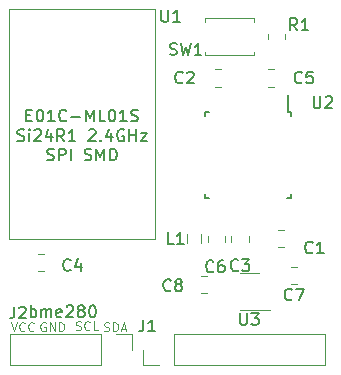
<source format=gbr>
G04 #@! TF.GenerationSoftware,KiCad,Pcbnew,(6.0.11)*
G04 #@! TF.CreationDate,2023-02-14T01:06:37+01:00*
G04 #@! TF.ProjectId,atmega328p-au--e01c-ml01s--bme280--cr2032,61746d65-6761-4333-9238-702d61752d2d,rev?*
G04 #@! TF.SameCoordinates,Original*
G04 #@! TF.FileFunction,Legend,Top*
G04 #@! TF.FilePolarity,Positive*
%FSLAX46Y46*%
G04 Gerber Fmt 4.6, Leading zero omitted, Abs format (unit mm)*
G04 Created by KiCad (PCBNEW (6.0.11)) date 2023-02-14 01:06:37*
%MOMM*%
%LPD*%
G01*
G04 APERTURE LIST*
%ADD10C,0.125000*%
%ADD11C,0.150000*%
%ADD12C,0.120000*%
G04 APERTURE END LIST*
D10*
X98551571Y-88320000D02*
X98480142Y-88284285D01*
X98373000Y-88284285D01*
X98265857Y-88320000D01*
X98194428Y-88391428D01*
X98158714Y-88462857D01*
X98123000Y-88605714D01*
X98123000Y-88712857D01*
X98158714Y-88855714D01*
X98194428Y-88927142D01*
X98265857Y-88998571D01*
X98373000Y-89034285D01*
X98444428Y-89034285D01*
X98551571Y-88998571D01*
X98587285Y-88962857D01*
X98587285Y-88712857D01*
X98444428Y-88712857D01*
X98908714Y-89034285D02*
X98908714Y-88284285D01*
X99337285Y-89034285D01*
X99337285Y-88284285D01*
X99694428Y-89034285D02*
X99694428Y-88284285D01*
X99873000Y-88284285D01*
X99980142Y-88320000D01*
X100051571Y-88391428D01*
X100087285Y-88462857D01*
X100123000Y-88605714D01*
X100123000Y-88712857D01*
X100087285Y-88855714D01*
X100051571Y-88927142D01*
X99980142Y-88998571D01*
X99873000Y-89034285D01*
X99694428Y-89034285D01*
D11*
X97284904Y-87847380D02*
X97284904Y-86847380D01*
X97284904Y-87228333D02*
X97380142Y-87180714D01*
X97570619Y-87180714D01*
X97665857Y-87228333D01*
X97713476Y-87275952D01*
X97761095Y-87371190D01*
X97761095Y-87656904D01*
X97713476Y-87752142D01*
X97665857Y-87799761D01*
X97570619Y-87847380D01*
X97380142Y-87847380D01*
X97284904Y-87799761D01*
X98189666Y-87847380D02*
X98189666Y-87180714D01*
X98189666Y-87275952D02*
X98237285Y-87228333D01*
X98332523Y-87180714D01*
X98475380Y-87180714D01*
X98570619Y-87228333D01*
X98618238Y-87323571D01*
X98618238Y-87847380D01*
X98618238Y-87323571D02*
X98665857Y-87228333D01*
X98761095Y-87180714D01*
X98903952Y-87180714D01*
X98999190Y-87228333D01*
X99046809Y-87323571D01*
X99046809Y-87847380D01*
X99903952Y-87799761D02*
X99808714Y-87847380D01*
X99618238Y-87847380D01*
X99523000Y-87799761D01*
X99475380Y-87704523D01*
X99475380Y-87323571D01*
X99523000Y-87228333D01*
X99618238Y-87180714D01*
X99808714Y-87180714D01*
X99903952Y-87228333D01*
X99951571Y-87323571D01*
X99951571Y-87418809D01*
X99475380Y-87514047D01*
X100332523Y-86942619D02*
X100380142Y-86895000D01*
X100475380Y-86847380D01*
X100713476Y-86847380D01*
X100808714Y-86895000D01*
X100856333Y-86942619D01*
X100903952Y-87037857D01*
X100903952Y-87133095D01*
X100856333Y-87275952D01*
X100284904Y-87847380D01*
X100903952Y-87847380D01*
X101475380Y-87275952D02*
X101380142Y-87228333D01*
X101332523Y-87180714D01*
X101284904Y-87085476D01*
X101284904Y-87037857D01*
X101332523Y-86942619D01*
X101380142Y-86895000D01*
X101475380Y-86847380D01*
X101665857Y-86847380D01*
X101761095Y-86895000D01*
X101808714Y-86942619D01*
X101856333Y-87037857D01*
X101856333Y-87085476D01*
X101808714Y-87180714D01*
X101761095Y-87228333D01*
X101665857Y-87275952D01*
X101475380Y-87275952D01*
X101380142Y-87323571D01*
X101332523Y-87371190D01*
X101284904Y-87466428D01*
X101284904Y-87656904D01*
X101332523Y-87752142D01*
X101380142Y-87799761D01*
X101475380Y-87847380D01*
X101665857Y-87847380D01*
X101761095Y-87799761D01*
X101808714Y-87752142D01*
X101856333Y-87656904D01*
X101856333Y-87466428D01*
X101808714Y-87371190D01*
X101761095Y-87323571D01*
X101665857Y-87275952D01*
X102475380Y-86847380D02*
X102570619Y-86847380D01*
X102665857Y-86895000D01*
X102713476Y-86942619D01*
X102761095Y-87037857D01*
X102808714Y-87228333D01*
X102808714Y-87466428D01*
X102761095Y-87656904D01*
X102713476Y-87752142D01*
X102665857Y-87799761D01*
X102570619Y-87847380D01*
X102475380Y-87847380D01*
X102380142Y-87799761D01*
X102332523Y-87752142D01*
X102284904Y-87656904D01*
X102237285Y-87466428D01*
X102237285Y-87228333D01*
X102284904Y-87037857D01*
X102332523Y-86942619D01*
X102380142Y-86895000D01*
X102475380Y-86847380D01*
D10*
X95623000Y-88284285D02*
X95873000Y-89034285D01*
X96123000Y-88284285D01*
X96801571Y-88962857D02*
X96765857Y-88998571D01*
X96658714Y-89034285D01*
X96587285Y-89034285D01*
X96480142Y-88998571D01*
X96408714Y-88927142D01*
X96373000Y-88855714D01*
X96337285Y-88712857D01*
X96337285Y-88605714D01*
X96373000Y-88462857D01*
X96408714Y-88391428D01*
X96480142Y-88320000D01*
X96587285Y-88284285D01*
X96658714Y-88284285D01*
X96765857Y-88320000D01*
X96801571Y-88355714D01*
X97551571Y-88962857D02*
X97515857Y-88998571D01*
X97408714Y-89034285D01*
X97337285Y-89034285D01*
X97230142Y-88998571D01*
X97158714Y-88927142D01*
X97123000Y-88855714D01*
X97087285Y-88712857D01*
X97087285Y-88605714D01*
X97123000Y-88462857D01*
X97158714Y-88391428D01*
X97230142Y-88320000D01*
X97337285Y-88284285D01*
X97408714Y-88284285D01*
X97515857Y-88320000D01*
X97551571Y-88355714D01*
X101130142Y-88898571D02*
X101237285Y-88934285D01*
X101415857Y-88934285D01*
X101487285Y-88898571D01*
X101523000Y-88862857D01*
X101558714Y-88791428D01*
X101558714Y-88720000D01*
X101523000Y-88648571D01*
X101487285Y-88612857D01*
X101415857Y-88577142D01*
X101273000Y-88541428D01*
X101201571Y-88505714D01*
X101165857Y-88470000D01*
X101130142Y-88398571D01*
X101130142Y-88327142D01*
X101165857Y-88255714D01*
X101201571Y-88220000D01*
X101273000Y-88184285D01*
X101451571Y-88184285D01*
X101558714Y-88220000D01*
X102308714Y-88862857D02*
X102273000Y-88898571D01*
X102165857Y-88934285D01*
X102094428Y-88934285D01*
X101987285Y-88898571D01*
X101915857Y-88827142D01*
X101880142Y-88755714D01*
X101844428Y-88612857D01*
X101844428Y-88505714D01*
X101880142Y-88362857D01*
X101915857Y-88291428D01*
X101987285Y-88220000D01*
X102094428Y-88184285D01*
X102165857Y-88184285D01*
X102273000Y-88220000D01*
X102308714Y-88255714D01*
X102987285Y-88934285D02*
X102630142Y-88934285D01*
X102630142Y-88184285D01*
X103512285Y-88998571D02*
X103619428Y-89034285D01*
X103798000Y-89034285D01*
X103869428Y-88998571D01*
X103905142Y-88962857D01*
X103940857Y-88891428D01*
X103940857Y-88820000D01*
X103905142Y-88748571D01*
X103869428Y-88712857D01*
X103798000Y-88677142D01*
X103655142Y-88641428D01*
X103583714Y-88605714D01*
X103548000Y-88570000D01*
X103512285Y-88498571D01*
X103512285Y-88427142D01*
X103548000Y-88355714D01*
X103583714Y-88320000D01*
X103655142Y-88284285D01*
X103833714Y-88284285D01*
X103940857Y-88320000D01*
X104262285Y-89034285D02*
X104262285Y-88284285D01*
X104440857Y-88284285D01*
X104548000Y-88320000D01*
X104619428Y-88391428D01*
X104655142Y-88462857D01*
X104690857Y-88605714D01*
X104690857Y-88712857D01*
X104655142Y-88855714D01*
X104619428Y-88927142D01*
X104548000Y-88998571D01*
X104440857Y-89034285D01*
X104262285Y-89034285D01*
X104976571Y-88820000D02*
X105333714Y-88820000D01*
X104905142Y-89034285D02*
X105155142Y-88284285D01*
X105405142Y-89034285D01*
D11*
X109156333Y-85552142D02*
X109108714Y-85599761D01*
X108965857Y-85647380D01*
X108870619Y-85647380D01*
X108727761Y-85599761D01*
X108632523Y-85504523D01*
X108584904Y-85409285D01*
X108537285Y-85218809D01*
X108537285Y-85075952D01*
X108584904Y-84885476D01*
X108632523Y-84790238D01*
X108727761Y-84695000D01*
X108870619Y-84647380D01*
X108965857Y-84647380D01*
X109108714Y-84695000D01*
X109156333Y-84742619D01*
X109727761Y-85075952D02*
X109632523Y-85028333D01*
X109584904Y-84980714D01*
X109537285Y-84885476D01*
X109537285Y-84837857D01*
X109584904Y-84742619D01*
X109632523Y-84695000D01*
X109727761Y-84647380D01*
X109918238Y-84647380D01*
X110013476Y-84695000D01*
X110061095Y-84742619D01*
X110108714Y-84837857D01*
X110108714Y-84885476D01*
X110061095Y-84980714D01*
X110013476Y-85028333D01*
X109918238Y-85075952D01*
X109727761Y-85075952D01*
X109632523Y-85123571D01*
X109584904Y-85171190D01*
X109537285Y-85266428D01*
X109537285Y-85456904D01*
X109584904Y-85552142D01*
X109632523Y-85599761D01*
X109727761Y-85647380D01*
X109918238Y-85647380D01*
X110013476Y-85599761D01*
X110061095Y-85552142D01*
X110108714Y-85456904D01*
X110108714Y-85266428D01*
X110061095Y-85171190D01*
X110013476Y-85123571D01*
X109918238Y-85075952D01*
X119406333Y-86332142D02*
X119358714Y-86379761D01*
X119215857Y-86427380D01*
X119120619Y-86427380D01*
X118977761Y-86379761D01*
X118882523Y-86284523D01*
X118834904Y-86189285D01*
X118787285Y-85998809D01*
X118787285Y-85855952D01*
X118834904Y-85665476D01*
X118882523Y-85570238D01*
X118977761Y-85475000D01*
X119120619Y-85427380D01*
X119215857Y-85427380D01*
X119358714Y-85475000D01*
X119406333Y-85522619D01*
X119739666Y-85427380D02*
X120406333Y-85427380D01*
X119977761Y-86427380D01*
X115023595Y-87497380D02*
X115023595Y-88306904D01*
X115071214Y-88402142D01*
X115118833Y-88449761D01*
X115214071Y-88497380D01*
X115404547Y-88497380D01*
X115499785Y-88449761D01*
X115547404Y-88402142D01*
X115595023Y-88306904D01*
X115595023Y-87497380D01*
X115975976Y-87497380D02*
X116595023Y-87497380D01*
X116261690Y-87878333D01*
X116404547Y-87878333D01*
X116499785Y-87925952D01*
X116547404Y-87973571D01*
X116595023Y-88068809D01*
X116595023Y-88306904D01*
X116547404Y-88402142D01*
X116499785Y-88449761D01*
X116404547Y-88497380D01*
X116118833Y-88497380D01*
X116023595Y-88449761D01*
X115975976Y-88402142D01*
X109406333Y-81647380D02*
X108930142Y-81647380D01*
X108930142Y-80647380D01*
X110263476Y-81647380D02*
X109692047Y-81647380D01*
X109977761Y-81647380D02*
X109977761Y-80647380D01*
X109882523Y-80790238D01*
X109787285Y-80885476D01*
X109692047Y-80933095D01*
X112756333Y-83952142D02*
X112708714Y-83999761D01*
X112565857Y-84047380D01*
X112470619Y-84047380D01*
X112327761Y-83999761D01*
X112232523Y-83904523D01*
X112184904Y-83809285D01*
X112137285Y-83618809D01*
X112137285Y-83475952D01*
X112184904Y-83285476D01*
X112232523Y-83190238D01*
X112327761Y-83095000D01*
X112470619Y-83047380D01*
X112565857Y-83047380D01*
X112708714Y-83095000D01*
X112756333Y-83142619D01*
X113613476Y-83047380D02*
X113423000Y-83047380D01*
X113327761Y-83095000D01*
X113280142Y-83142619D01*
X113184904Y-83285476D01*
X113137285Y-83475952D01*
X113137285Y-83856904D01*
X113184904Y-83952142D01*
X113232523Y-83999761D01*
X113327761Y-84047380D01*
X113518238Y-84047380D01*
X113613476Y-83999761D01*
X113661095Y-83952142D01*
X113708714Y-83856904D01*
X113708714Y-83618809D01*
X113661095Y-83523571D01*
X113613476Y-83475952D01*
X113518238Y-83428333D01*
X113327761Y-83428333D01*
X113232523Y-83475952D01*
X113184904Y-83523571D01*
X113137285Y-83618809D01*
X114856333Y-83852142D02*
X114808714Y-83899761D01*
X114665857Y-83947380D01*
X114570619Y-83947380D01*
X114427761Y-83899761D01*
X114332523Y-83804523D01*
X114284904Y-83709285D01*
X114237285Y-83518809D01*
X114237285Y-83375952D01*
X114284904Y-83185476D01*
X114332523Y-83090238D01*
X114427761Y-82995000D01*
X114570619Y-82947380D01*
X114665857Y-82947380D01*
X114808714Y-82995000D01*
X114856333Y-83042619D01*
X115189666Y-82947380D02*
X115808714Y-82947380D01*
X115475380Y-83328333D01*
X115618238Y-83328333D01*
X115713476Y-83375952D01*
X115761095Y-83423571D01*
X115808714Y-83518809D01*
X115808714Y-83756904D01*
X115761095Y-83852142D01*
X115713476Y-83899761D01*
X115618238Y-83947380D01*
X115332523Y-83947380D01*
X115237285Y-83899761D01*
X115189666Y-83852142D01*
X110156333Y-67952142D02*
X110108714Y-67999761D01*
X109965857Y-68047380D01*
X109870619Y-68047380D01*
X109727761Y-67999761D01*
X109632523Y-67904523D01*
X109584904Y-67809285D01*
X109537285Y-67618809D01*
X109537285Y-67475952D01*
X109584904Y-67285476D01*
X109632523Y-67190238D01*
X109727761Y-67095000D01*
X109870619Y-67047380D01*
X109965857Y-67047380D01*
X110108714Y-67095000D01*
X110156333Y-67142619D01*
X110537285Y-67142619D02*
X110584904Y-67095000D01*
X110680142Y-67047380D01*
X110918238Y-67047380D01*
X111013476Y-67095000D01*
X111061095Y-67142619D01*
X111108714Y-67237857D01*
X111108714Y-67333095D01*
X111061095Y-67475952D01*
X110489666Y-68047380D01*
X111108714Y-68047380D01*
X108361095Y-61847380D02*
X108361095Y-62656904D01*
X108408714Y-62752142D01*
X108456333Y-62799761D01*
X108551571Y-62847380D01*
X108742047Y-62847380D01*
X108837285Y-62799761D01*
X108884904Y-62752142D01*
X108932523Y-62656904D01*
X108932523Y-61847380D01*
X109932523Y-62847380D02*
X109361095Y-62847380D01*
X109646809Y-62847380D02*
X109646809Y-61847380D01*
X109551571Y-61990238D01*
X109456333Y-62085476D01*
X109361095Y-62133095D01*
X96175833Y-72896097D02*
X96318690Y-72943716D01*
X96556785Y-72943716D01*
X96652023Y-72896097D01*
X96699642Y-72848478D01*
X96747261Y-72753240D01*
X96747261Y-72658002D01*
X96699642Y-72562764D01*
X96652023Y-72515145D01*
X96556785Y-72467526D01*
X96366309Y-72419907D01*
X96271071Y-72372288D01*
X96223452Y-72324669D01*
X96175833Y-72229431D01*
X96175833Y-72134193D01*
X96223452Y-72038955D01*
X96271071Y-71991336D01*
X96366309Y-71943716D01*
X96604404Y-71943716D01*
X96747261Y-71991336D01*
X97175833Y-72943716D02*
X97175833Y-72277050D01*
X97175833Y-71943716D02*
X97128214Y-71991336D01*
X97175833Y-72038955D01*
X97223452Y-71991336D01*
X97175833Y-71943716D01*
X97175833Y-72038955D01*
X97604404Y-72038955D02*
X97652023Y-71991336D01*
X97747261Y-71943716D01*
X97985356Y-71943716D01*
X98080594Y-71991336D01*
X98128214Y-72038955D01*
X98175833Y-72134193D01*
X98175833Y-72229431D01*
X98128214Y-72372288D01*
X97556785Y-72943716D01*
X98175833Y-72943716D01*
X99032975Y-72277050D02*
X99032975Y-72943716D01*
X98794880Y-71896097D02*
X98556785Y-72610383D01*
X99175833Y-72610383D01*
X100128214Y-72943716D02*
X99794880Y-72467526D01*
X99556785Y-72943716D02*
X99556785Y-71943716D01*
X99937737Y-71943716D01*
X100032975Y-71991336D01*
X100080594Y-72038955D01*
X100128214Y-72134193D01*
X100128214Y-72277050D01*
X100080594Y-72372288D01*
X100032975Y-72419907D01*
X99937737Y-72467526D01*
X99556785Y-72467526D01*
X101080594Y-72943716D02*
X100509166Y-72943716D01*
X100794880Y-72943716D02*
X100794880Y-71943716D01*
X100699642Y-72086574D01*
X100604404Y-72181812D01*
X100509166Y-72229431D01*
X102223452Y-72038955D02*
X102271071Y-71991336D01*
X102366309Y-71943716D01*
X102604404Y-71943716D01*
X102699642Y-71991336D01*
X102747261Y-72038955D01*
X102794880Y-72134193D01*
X102794880Y-72229431D01*
X102747261Y-72372288D01*
X102175833Y-72943716D01*
X102794880Y-72943716D01*
X103223452Y-72848478D02*
X103271071Y-72896097D01*
X103223452Y-72943716D01*
X103175833Y-72896097D01*
X103223452Y-72848478D01*
X103223452Y-72943716D01*
X104128214Y-72277050D02*
X104128214Y-72943716D01*
X103890118Y-71896097D02*
X103652023Y-72610383D01*
X104271071Y-72610383D01*
X105175833Y-71991336D02*
X105080594Y-71943716D01*
X104937737Y-71943716D01*
X104794880Y-71991336D01*
X104699642Y-72086574D01*
X104652023Y-72181812D01*
X104604404Y-72372288D01*
X104604404Y-72515145D01*
X104652023Y-72705621D01*
X104699642Y-72800859D01*
X104794880Y-72896097D01*
X104937737Y-72943716D01*
X105032975Y-72943716D01*
X105175833Y-72896097D01*
X105223452Y-72848478D01*
X105223452Y-72515145D01*
X105032975Y-72515145D01*
X105652023Y-72943716D02*
X105652023Y-71943716D01*
X105652023Y-72419907D02*
X106223452Y-72419907D01*
X106223452Y-72943716D02*
X106223452Y-71943716D01*
X106604404Y-72277050D02*
X107128213Y-72277050D01*
X106604404Y-72943716D01*
X107128213Y-72943716D01*
X98675833Y-74526097D02*
X98818690Y-74573716D01*
X99056785Y-74573716D01*
X99152023Y-74526097D01*
X99199642Y-74478478D01*
X99247261Y-74383240D01*
X99247261Y-74288002D01*
X99199642Y-74192764D01*
X99152023Y-74145145D01*
X99056785Y-74097526D01*
X98866309Y-74049907D01*
X98771071Y-74002288D01*
X98723452Y-73954669D01*
X98675833Y-73859431D01*
X98675833Y-73764193D01*
X98723452Y-73668955D01*
X98771071Y-73621336D01*
X98866309Y-73573716D01*
X99104404Y-73573716D01*
X99247261Y-73621336D01*
X99675833Y-74573716D02*
X99675833Y-73573716D01*
X100056785Y-73573716D01*
X100152023Y-73621336D01*
X100199642Y-73668955D01*
X100247261Y-73764193D01*
X100247261Y-73907050D01*
X100199642Y-74002288D01*
X100152023Y-74049907D01*
X100056785Y-74097526D01*
X99675833Y-74097526D01*
X100675833Y-74573716D02*
X100675833Y-73573716D01*
X101866309Y-74526097D02*
X102009166Y-74573716D01*
X102247261Y-74573716D01*
X102342499Y-74526097D01*
X102390118Y-74478478D01*
X102437737Y-74383240D01*
X102437737Y-74288002D01*
X102390118Y-74192764D01*
X102342499Y-74145145D01*
X102247261Y-74097526D01*
X102056785Y-74049907D01*
X101961547Y-74002288D01*
X101913928Y-73954669D01*
X101866309Y-73859431D01*
X101866309Y-73764193D01*
X101913928Y-73668955D01*
X101961547Y-73621336D01*
X102056785Y-73573716D01*
X102294880Y-73573716D01*
X102437737Y-73621336D01*
X102866309Y-74573716D02*
X102866309Y-73573716D01*
X103199642Y-74288002D01*
X103532975Y-73573716D01*
X103532975Y-74573716D01*
X104009166Y-74573716D02*
X104009166Y-73573716D01*
X104247261Y-73573716D01*
X104390118Y-73621336D01*
X104485356Y-73716574D01*
X104532975Y-73811812D01*
X104580594Y-74002288D01*
X104580594Y-74145145D01*
X104532975Y-74335621D01*
X104485356Y-74430859D01*
X104390118Y-74526097D01*
X104247261Y-74573716D01*
X104009166Y-74573716D01*
X96937737Y-70743907D02*
X97271071Y-70743907D01*
X97413928Y-71267716D02*
X96937737Y-71267716D01*
X96937737Y-70267716D01*
X97413928Y-70267716D01*
X98032975Y-70267716D02*
X98128214Y-70267716D01*
X98223452Y-70315336D01*
X98271071Y-70362955D01*
X98318690Y-70458193D01*
X98366309Y-70648669D01*
X98366309Y-70886764D01*
X98318690Y-71077240D01*
X98271071Y-71172478D01*
X98223452Y-71220097D01*
X98128214Y-71267716D01*
X98032975Y-71267716D01*
X97937737Y-71220097D01*
X97890118Y-71172478D01*
X97842499Y-71077240D01*
X97794880Y-70886764D01*
X97794880Y-70648669D01*
X97842499Y-70458193D01*
X97890118Y-70362955D01*
X97937737Y-70315336D01*
X98032975Y-70267716D01*
X99318690Y-71267716D02*
X98747261Y-71267716D01*
X99032975Y-71267716D02*
X99032975Y-70267716D01*
X98937737Y-70410574D01*
X98842499Y-70505812D01*
X98747261Y-70553431D01*
X100318690Y-71172478D02*
X100271071Y-71220097D01*
X100128214Y-71267716D01*
X100032975Y-71267716D01*
X99890118Y-71220097D01*
X99794880Y-71124859D01*
X99747261Y-71029621D01*
X99699642Y-70839145D01*
X99699642Y-70696288D01*
X99747261Y-70505812D01*
X99794880Y-70410574D01*
X99890118Y-70315336D01*
X100032975Y-70267716D01*
X100128214Y-70267716D01*
X100271071Y-70315336D01*
X100318690Y-70362955D01*
X100747261Y-70886764D02*
X101509166Y-70886764D01*
X101985356Y-71267716D02*
X101985356Y-70267716D01*
X102318690Y-70982002D01*
X102652023Y-70267716D01*
X102652023Y-71267716D01*
X103604404Y-71267716D02*
X103128214Y-71267716D01*
X103128214Y-70267716D01*
X104128214Y-70267716D02*
X104223452Y-70267716D01*
X104318690Y-70315336D01*
X104366309Y-70362955D01*
X104413928Y-70458193D01*
X104461547Y-70648669D01*
X104461547Y-70886764D01*
X104413928Y-71077240D01*
X104366309Y-71172478D01*
X104318690Y-71220097D01*
X104223452Y-71267716D01*
X104128214Y-71267716D01*
X104032975Y-71220097D01*
X103985356Y-71172478D01*
X103937737Y-71077240D01*
X103890118Y-70886764D01*
X103890118Y-70648669D01*
X103937737Y-70458193D01*
X103985356Y-70362955D01*
X104032975Y-70315336D01*
X104128214Y-70267716D01*
X105413928Y-71267716D02*
X104842499Y-71267716D01*
X105128214Y-71267716D02*
X105128214Y-70267716D01*
X105032975Y-70410574D01*
X104937737Y-70505812D01*
X104842499Y-70553431D01*
X105794880Y-71220097D02*
X105937737Y-71267716D01*
X106175833Y-71267716D01*
X106271071Y-71220097D01*
X106318690Y-71172478D01*
X106366309Y-71077240D01*
X106366309Y-70982002D01*
X106318690Y-70886764D01*
X106271071Y-70839145D01*
X106175833Y-70791526D01*
X105985356Y-70743907D01*
X105890118Y-70696288D01*
X105842499Y-70648669D01*
X105794880Y-70553431D01*
X105794880Y-70458193D01*
X105842499Y-70362955D01*
X105890118Y-70315336D01*
X105985356Y-70267716D01*
X106223452Y-70267716D01*
X106366309Y-70315336D01*
X95889666Y-86947380D02*
X95889666Y-87661666D01*
X95842047Y-87804523D01*
X95746809Y-87899761D01*
X95603952Y-87947380D01*
X95508714Y-87947380D01*
X96318238Y-87042619D02*
X96365857Y-86995000D01*
X96461095Y-86947380D01*
X96699190Y-86947380D01*
X96794428Y-86995000D01*
X96842047Y-87042619D01*
X96889666Y-87137857D01*
X96889666Y-87233095D01*
X96842047Y-87375952D01*
X96270619Y-87947380D01*
X96889666Y-87947380D01*
X121156333Y-82352142D02*
X121108714Y-82399761D01*
X120965857Y-82447380D01*
X120870619Y-82447380D01*
X120727761Y-82399761D01*
X120632523Y-82304523D01*
X120584904Y-82209285D01*
X120537285Y-82018809D01*
X120537285Y-81875952D01*
X120584904Y-81685476D01*
X120632523Y-81590238D01*
X120727761Y-81495000D01*
X120870619Y-81447380D01*
X120965857Y-81447380D01*
X121108714Y-81495000D01*
X121156333Y-81542619D01*
X122108714Y-82447380D02*
X121537285Y-82447380D01*
X121823000Y-82447380D02*
X121823000Y-81447380D01*
X121727761Y-81590238D01*
X121632523Y-81685476D01*
X121537285Y-81733095D01*
X100670547Y-83822478D02*
X100622928Y-83870097D01*
X100480071Y-83917716D01*
X100384833Y-83917716D01*
X100241975Y-83870097D01*
X100146737Y-83774859D01*
X100099118Y-83679621D01*
X100051499Y-83489145D01*
X100051499Y-83346288D01*
X100099118Y-83155812D01*
X100146737Y-83060574D01*
X100241975Y-82965336D01*
X100384833Y-82917716D01*
X100480071Y-82917716D01*
X100622928Y-82965336D01*
X100670547Y-83012955D01*
X101527690Y-83251050D02*
X101527690Y-83917716D01*
X101289594Y-82870097D02*
X101051499Y-83584383D01*
X101670547Y-83584383D01*
X109089666Y-65599761D02*
X109232523Y-65647380D01*
X109470619Y-65647380D01*
X109565857Y-65599761D01*
X109613476Y-65552142D01*
X109661095Y-65456904D01*
X109661095Y-65361666D01*
X109613476Y-65266428D01*
X109565857Y-65218809D01*
X109470619Y-65171190D01*
X109280142Y-65123571D01*
X109184904Y-65075952D01*
X109137285Y-65028333D01*
X109089666Y-64933095D01*
X109089666Y-64837857D01*
X109137285Y-64742619D01*
X109184904Y-64695000D01*
X109280142Y-64647380D01*
X109518238Y-64647380D01*
X109661095Y-64695000D01*
X109994428Y-64647380D02*
X110232523Y-65647380D01*
X110423000Y-64933095D01*
X110613476Y-65647380D01*
X110851571Y-64647380D01*
X111756333Y-65647380D02*
X111184904Y-65647380D01*
X111470619Y-65647380D02*
X111470619Y-64647380D01*
X111375380Y-64790238D01*
X111280142Y-64885476D01*
X111184904Y-64933095D01*
X106832399Y-88047380D02*
X106832399Y-88761666D01*
X106784780Y-88904523D01*
X106689542Y-88999761D01*
X106546685Y-89047380D01*
X106451447Y-89047380D01*
X107832399Y-89047380D02*
X107260971Y-89047380D01*
X107546685Y-89047380D02*
X107546685Y-88047380D01*
X107451447Y-88190238D01*
X107356209Y-88285476D01*
X107260971Y-88333095D01*
X120256333Y-67952142D02*
X120208714Y-67999761D01*
X120065857Y-68047380D01*
X119970619Y-68047380D01*
X119827761Y-67999761D01*
X119732523Y-67904523D01*
X119684904Y-67809285D01*
X119637285Y-67618809D01*
X119637285Y-67475952D01*
X119684904Y-67285476D01*
X119732523Y-67190238D01*
X119827761Y-67095000D01*
X119970619Y-67047380D01*
X120065857Y-67047380D01*
X120208714Y-67095000D01*
X120256333Y-67142619D01*
X121161095Y-67047380D02*
X120684904Y-67047380D01*
X120637285Y-67523571D01*
X120684904Y-67475952D01*
X120780142Y-67428333D01*
X121018238Y-67428333D01*
X121113476Y-67475952D01*
X121161095Y-67523571D01*
X121208714Y-67618809D01*
X121208714Y-67856904D01*
X121161095Y-67952142D01*
X121113476Y-67999761D01*
X121018238Y-68047380D01*
X120780142Y-68047380D01*
X120684904Y-67999761D01*
X120637285Y-67952142D01*
X121261095Y-69147380D02*
X121261095Y-69956904D01*
X121308714Y-70052142D01*
X121356333Y-70099761D01*
X121451571Y-70147380D01*
X121642047Y-70147380D01*
X121737285Y-70099761D01*
X121784904Y-70052142D01*
X121832523Y-69956904D01*
X121832523Y-69147380D01*
X122261095Y-69242619D02*
X122308714Y-69195000D01*
X122403952Y-69147380D01*
X122642047Y-69147380D01*
X122737285Y-69195000D01*
X122784904Y-69242619D01*
X122832523Y-69337857D01*
X122832523Y-69433095D01*
X122784904Y-69575952D01*
X122213476Y-70147380D01*
X122832523Y-70147380D01*
X119856333Y-63547380D02*
X119523000Y-63071190D01*
X119284904Y-63547380D02*
X119284904Y-62547380D01*
X119665857Y-62547380D01*
X119761095Y-62595000D01*
X119808714Y-62642619D01*
X119856333Y-62737857D01*
X119856333Y-62880714D01*
X119808714Y-62975952D01*
X119761095Y-63023571D01*
X119665857Y-63071190D01*
X119284904Y-63071190D01*
X120808714Y-63547380D02*
X120237285Y-63547380D01*
X120523000Y-63547380D02*
X120523000Y-62547380D01*
X120427761Y-62690238D01*
X120332523Y-62785476D01*
X120237285Y-62833095D01*
D12*
X111711748Y-85830000D02*
X112234252Y-85830000D01*
X111711748Y-84360000D02*
X112234252Y-84360000D01*
X119834252Y-83560000D02*
X119311748Y-83560000D01*
X119834252Y-85030000D02*
X119311748Y-85030000D01*
X115785500Y-84085000D02*
X114985500Y-84085000D01*
X115785500Y-84085000D02*
X116585500Y-84085000D01*
X115785500Y-87205000D02*
X114985500Y-87205000D01*
X115785500Y-87205000D02*
X117585500Y-87205000D01*
X111683000Y-81594622D02*
X111683000Y-80795378D01*
X110563000Y-81594622D02*
X110563000Y-80795378D01*
X113758000Y-80933748D02*
X113758000Y-81456252D01*
X112288000Y-80933748D02*
X112288000Y-81456252D01*
X115758000Y-80933748D02*
X115758000Y-81456252D01*
X114288000Y-80933748D02*
X114288000Y-81456252D01*
X113384252Y-66860000D02*
X112861748Y-66860000D01*
X113384252Y-68330000D02*
X112861748Y-68330000D01*
X107844313Y-81207669D02*
X95445774Y-81207669D01*
X95445774Y-81207669D02*
X95445774Y-61782220D01*
X95445774Y-61782220D02*
X107844313Y-61782220D01*
X107844313Y-61782220D02*
X107844313Y-81207669D01*
X105853000Y-89265000D02*
X105853000Y-90595000D01*
X104523000Y-89265000D02*
X105853000Y-89265000D01*
X95573000Y-89265000D02*
X95573000Y-91925000D01*
X103253000Y-89265000D02*
X95573000Y-89265000D01*
X103253000Y-89265000D02*
X103253000Y-91925000D01*
X103253000Y-91925000D02*
X95573000Y-91925000D01*
X118261748Y-81930000D02*
X118784252Y-81930000D01*
X118261748Y-80460000D02*
X118784252Y-80460000D01*
X98428466Y-83950336D02*
X97905962Y-83950336D01*
X98428466Y-82480336D02*
X97905962Y-82480336D01*
X112053000Y-62825000D02*
X112053000Y-62525000D01*
X116193000Y-65665000D02*
X112053000Y-65665000D01*
X112053000Y-62525000D02*
X116193000Y-62525000D01*
X116193000Y-65365000D02*
X116193000Y-65665000D01*
X116193000Y-62525000D02*
X116193000Y-62825000D01*
X112053000Y-65665000D02*
X112053000Y-65365000D01*
X106835733Y-91925000D02*
X106835733Y-90595000D01*
X109435733Y-91925000D02*
X122195733Y-91925000D01*
X108165733Y-91925000D02*
X106835733Y-91925000D01*
X109435733Y-91925000D02*
X109435733Y-89265000D01*
X109435733Y-89265000D02*
X122195733Y-89265000D01*
X122195733Y-91925000D02*
X122195733Y-89265000D01*
X117361748Y-66860000D02*
X117884252Y-66860000D01*
X117361748Y-68330000D02*
X117884252Y-68330000D01*
D11*
X119337733Y-70470000D02*
X119337733Y-70795000D01*
X112087733Y-77720000D02*
X112087733Y-77395000D01*
X119337733Y-77720000D02*
X119337733Y-77395000D01*
X112087733Y-77720000D02*
X112412733Y-77720000D01*
X112087733Y-70470000D02*
X112087733Y-70795000D01*
X112087733Y-70470000D02*
X112412733Y-70470000D01*
X119337733Y-77720000D02*
X119012733Y-77720000D01*
X119337733Y-70470000D02*
X119112733Y-70470000D01*
X119112733Y-70470000D02*
X119112733Y-69045000D01*
D12*
X117388000Y-64322064D02*
X117388000Y-63867936D01*
X118858000Y-64322064D02*
X118858000Y-63867936D01*
M02*

</source>
